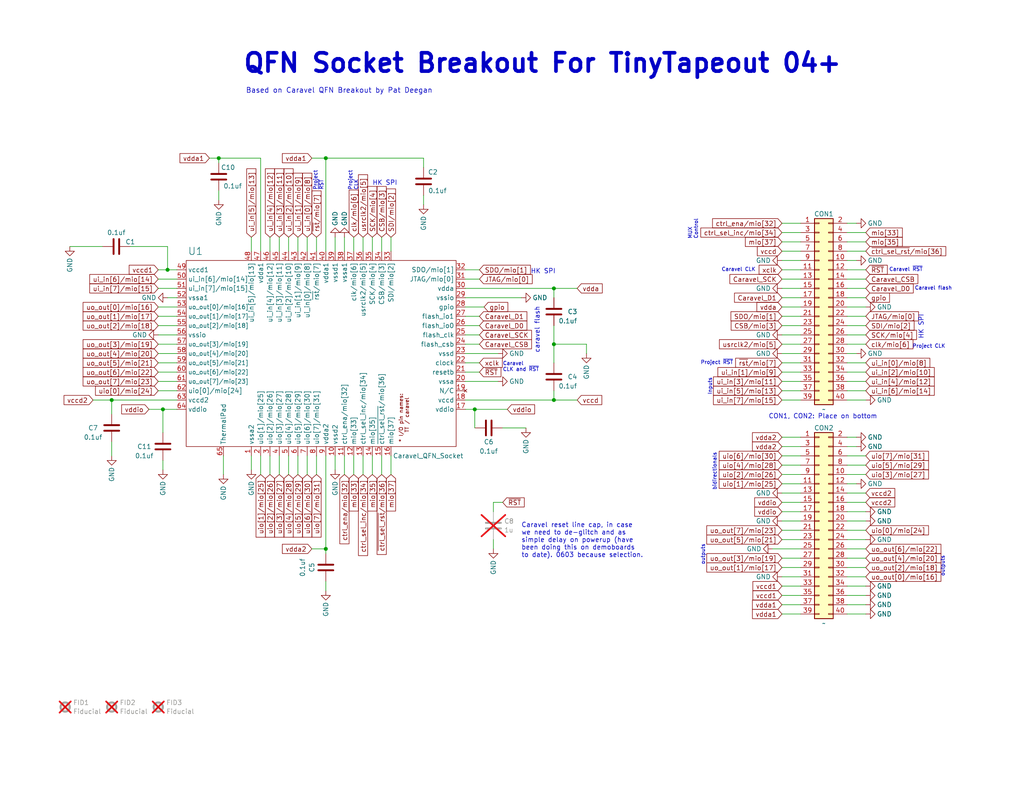
<source format=kicad_sch>
(kicad_sch (version 20231120) (generator "eeschema") (generator_version "8.0")
  (paper "A")
  (title_block (title "Caravel QFN Socket Breakout") (date "2024-05-01") (rev "1.0"))
  (lib_symbols
    (symbol "Connector_Generic:Conn_02x20_Odd_Even" (pin_names (offset 1.016) hide)
      (property "Reference" "J" (at 1.27 25.4 0))
      (property "Value" "Conn_02x20_Odd_Even" (at 1.27 -27.94 0))
      (symbol "Conn_02x20_Odd_Even_1_1"
        (rectangle (start -1.27 -25.273) (end 0 -25.527) (stroke (width 0.1524)))
        (rectangle (start -1.27 -22.733) (end 0 -22.987) (stroke (width 0.1524)))
        (rectangle (start -1.27 -20.193) (end 0 -20.447) (stroke (width 0.1524)))
        (rectangle (start -1.27 -17.653) (end 0 -17.907) (stroke (width 0.1524)))
        (rectangle (start -1.27 -15.113) (end 0 -15.367) (stroke (width 0.1524)))
        (rectangle (start -1.27 -12.573) (end 0 -12.827) (stroke (width 0.1524)))
        (rectangle (start -1.27 -10.033) (end 0 -10.287) (stroke (width 0.1524)))
        (rectangle (start -1.27 -7.493) (end 0 -7.747) (stroke (width 0.1524)))
        (rectangle (start -1.27 -4.953) (end 0 -5.207) (stroke (width 0.1524)))
        (rectangle (start -1.27 -2.413) (end 0 -2.667) (stroke (width 0.1524)))
        (rectangle (start -1.27 0.127) (end 0 -0.127) (stroke (width 0.1524)))
        (rectangle (start -1.27 2.667) (end 0 2.413) (stroke (width 0.1524)))
        (rectangle (start -1.27 5.207) (end 0 4.953) (stroke (width 0.1524)))
        (rectangle (start -1.27 7.747) (end 0 7.493) (stroke (width 0.1524)))
        (rectangle (start -1.27 10.287) (end 0 10.033) (stroke (width 0.1524)))
        (rectangle (start -1.27 12.827) (end 0 12.573) (stroke (width 0.1524)))
        (rectangle (start -1.27 15.367) (end 0 15.113) (stroke (width 0.1524)))
        (rectangle (start -1.27 17.907) (end 0 17.653) (stroke (width 0.1524)))
        (rectangle (start -1.27 20.447) (end 0 20.193) (stroke (width 0.1524)))
        (rectangle (start -1.27 22.987) (end 0 22.733) (stroke (width 0.1524)))
        (rectangle (start -1.27 24.13) (end 3.81 -26.67) (stroke (width 0.254)) (fill (type background)))
        (rectangle (start 3.81 -25.273) (end 2.54 -25.527) (stroke (width 0.1524)))
        (rectangle (start 3.81 -22.733) (end 2.54 -22.987) (stroke (width 0.1524)))
        (rectangle (start 3.81 -20.193) (end 2.54 -20.447) (stroke (width 0.1524)))
        (rectangle (start 3.81 -17.653) (end 2.54 -17.907) (stroke (width 0.1524)))
        (rectangle (start 3.81 -15.113) (end 2.54 -15.367) (stroke (width 0.1524)))
        (rectangle (start 3.81 -12.573) (end 2.54 -12.827) (stroke (width 0.1524)))
        (rectangle (start 3.81 -10.033) (end 2.54 -10.287) (stroke (width 0.1524)))
        (rectangle (start 3.81 -7.493) (end 2.54 -7.747) (stroke (width 0.1524)))
        (rectangle (start 3.81 -4.953) (end 2.54 -5.207) (stroke (width 0.1524)))
        (rectangle (start 3.81 -2.413) (end 2.54 -2.667) (stroke (width 0.1524)))
        (rectangle (start 3.81 0.127) (end 2.54 -0.127) (stroke (width 0.1524)))
        (rectangle (start 3.81 2.667) (end 2.54 2.413) (stroke (width 0.1524)))
        (rectangle (start 3.81 5.207) (end 2.54 4.953) (stroke (width 0.1524)))
        (rectangle (start 3.81 7.747) (end 2.54 7.493) (stroke (width 0.1524)))
        (rectangle (start 3.81 10.287) (end 2.54 10.033) (stroke (width 0.1524)))
        (rectangle (start 3.81 12.827) (end 2.54 12.573) (stroke (width 0.1524)))
        (rectangle (start 3.81 15.367) (end 2.54 15.113) (stroke (width 0.1524)))
        (rectangle (start 3.81 17.907) (end 2.54 17.653) (stroke (width 0.1524)))
        (rectangle (start 3.81 20.447) (end 2.54 20.193) (stroke (width 0.1524)))
        (rectangle (start 3.81 22.987) (end 2.54 22.733) (stroke (width 0.1524)))
        (pin passive line (at -5.08 22.86 0) (length 3.81) (name "Pin_1") (number "1"))
        (pin passive line (at 7.62 12.7 180) (length 3.81) (name "Pin_10") (number "10"))
        (pin passive line (at -5.08 10.16 0) (length 3.81) (name "Pin_11") (number "11"))
        (pin passive line (at 7.62 10.16 180) (length 3.81) (name "Pin_12") (number "12"))
        (pin passive line (at -5.08 7.62 0) (length 3.81) (name "Pin_13") (number "13"))
        (pin passive line (at 7.62 7.62 180) (length 3.81) (name "Pin_14") (number "14"))
        (pin passive line (at -5.08 5.08 0) (length 3.81) (name "Pin_15") (number "15"))
        (pin passive line (at 7.62 5.08 180) (length 3.81) (name "Pin_16") (number "16"))
        (pin passive line (at -5.08 2.54 0) (length 3.81) (name "Pin_17") (number "17"))
        (pin passive line (at 7.62 2.54 180) (length 3.81) (name "Pin_18") (number "18"))
        (pin passive line (at -5.08 0 0) (length 3.81) (name "Pin_19") (number "19"))
        (pin passive line (at 7.62 22.86 180) (length 3.81) (name "Pin_2") (number "2"))
        (pin passive line (at 7.62 0 180) (length 3.81) (name "Pin_20") (number "20"))
        (pin passive line (at -5.08 -2.54 0) (length 3.81) (name "Pin_21") (number "21"))
        (pin passive line (at 7.62 -2.54 180) (length 3.81) (name "Pin_22") (number "22"))
        (pin passive line (at -5.08 -5.08 0) (length 3.81) (name "Pin_23") (number "23"))
        (pin passive line (at 7.62 -5.08 180) (length 3.81) (name "Pin_24") (number "24"))
        (pin passive line (at -5.08 -7.62 0) (length 3.81) (name "Pin_25") (number "25"))
        (pin passive line (at 7.62 -7.62 180) (length 3.81) (name "Pin_26") (number "26"))
        (pin passive line (at -5.08 -10.16 0) (length 3.81) (name "Pin_27") (number "27"))
        (pin passive line (at 7.62 -10.16 180) (length 3.81) (name "Pin_28") (number "28"))
        (pin passive line (at -5.08 -12.7 0) (length 3.81) (name "Pin_29") (number "29"))
        (pin passive line (at -5.08 20.32 0) (length 3.81) (name "Pin_3") (number "3"))
        (pin passive line (at 7.62 -12.7 180) (length 3.81) (name "Pin_30") (number "30"))
        (pin passive line (at -5.08 -15.24 0) (length 3.81) (name "Pin_31") (number "31"))
        (pin passive line (at 7.62 -15.24 180) (length 3.81) (name "Pin_32") (number "32"))
        (pin passive line (at -5.08 -17.78 0) (length 3.81) (name "Pin_33") (number "33"))
        (pin passive line (at 7.62 -17.78 180) (length 3.81) (name "Pin_34") (number "34"))
        (pin passive line (at -5.08 -20.32 0) (length 3.81) (name "Pin_35") (number "35"))
        (pin passive line (at 7.62 -20.32 180) (length 3.81) (name "Pin_36") (number "36"))
        (pin passive line (at -5.08 -22.86 0) (length 3.81) (name "Pin_37") (number "37"))
        (pin passive line (at 7.62 -22.86 180) (length 3.81) (name "Pin_38") (number "38"))
        (pin passive line (at -5.08 -25.4 0) (length 3.81) (name "Pin_39") (number "39"))
        (pin passive line (at 7.62 20.32 180) (length 3.81) (name "Pin_4") (number "4"))
        (pin passive line (at 7.62 -25.4 180) (length 3.81) (name "Pin_40") (number "40"))
        (pin passive line (at -5.08 17.78 0) (length 3.81) (name "Pin_5") (number "5"))
        (pin passive line (at 7.62 17.78 180) (length 3.81) (name "Pin_6") (number "6"))
        (pin passive line (at -5.08 15.24 0) (length 3.81) (name "Pin_7") (number "7"))
        (pin passive line (at 7.62 15.24 180) (length 3.81) (name "Pin_8") (number "8"))
        (pin passive line (at -5.08 12.7 0) (length 3.81) (name "Pin_9") (number "9"))
      )
    )
    (symbol "Device:C" (pin_numbers hide) (pin_names (offset 0.254))
      (property "Reference" "C" (at 0.635 2.54 0))
      (property "Value" "C" (at 0.635 -2.54 0))
      (symbol "C_0_1"
        (polyline (pts (xy -2.032 -0.762) (xy 2.032 -0.762)) (stroke (width 0.508)))
        (polyline (pts (xy -2.032 0.762) (xy 2.032 0.762)) (stroke (width 0.508)))
      )
      (symbol "C_1_1"
        (pin passive line (at 0 3.81 270) (length 2.794) (name "~") (number "1"))
        (pin passive line (at 0 -3.81 90) (length 2.794) (name "~") (number "2"))
      )
    )
    (symbol "Mechanical:Fiducial" (exclude_from_sim yes) (in_bom no)
      (property "Reference" "FID" (at 0 5.08 0))
      (property "Value" "Fiducial" (at 0 3.175 0))
      (symbol "Fiducial_0_1"
        (circle (center 0 0) (radius 1.27) (stroke (width 0.508)) (fill (type background)))
      )
    )
    (symbol "TinyTapeout:Caravel_QFN_TT4"
      (property "Reference" "U1" (at -26.416 41.656 0))
      (property "Value" "Caravel_QFN_TT4" (at 26.035 -33.655 90))
      (symbol "Caravel_QFN_TT4_0_1"
        (rectangle (start -26.67 40.64) (end 24.13 -33.02))
      )
      (symbol "Caravel_QFN_TT4_1_1"
        (text "* I/O pin names:\n  TT / caravel" (at -18.796 -18.796 0) (effects (font (size 1 1))))
        (pin power_in line (at -29.21 22.86 0) (length 2.54) (name "vssa2") (number "1"))
        (pin power_in line (at -29.21 0 0) (length 2.54) (name "vssd2") (number "10"))
        (pin bidirectional line (at -29.21 -2.54 0) (length 2.54) (name "ctrl_ena/mio[32]") (number "11"))
        (pin bidirectional line (at -29.21 -5.08 0) (length 2.54) (name "mio[33]") (number "12"))
        (pin bidirectional line (at -29.21 -7.62 0) (length 2.54) (name "ctrl_sel_inc/mio[34]") (number "13"))
        (pin bidirectional line (at -29.21 -10.16 0) (length 2.54) (name "mio[35]") (number "14"))
        (pin bidirectional line (at -29.21 -12.7 0) (length 2.54) (name "~{ctrl_sel_rst}/mio[36]") (number "15"))
        (pin bidirectional line (at -29.21 -15.24 0) (length 2.54) (name "mio[37]") (number "16"))
        (pin power_in line (at -16.51 -35.56 90) (length 2.54) (name "vddio") (number "17"))
        (pin power_in line (at -13.97 -35.56 90) (length 2.54) (name "vccd") (number "18"))
        (pin no_connect line (at -11.43 -35.56 90) (length 2.54) (name "N/C") (number "19"))
        (pin bidirectional line (at -29.21 20.32 0) (length 2.54) (name "uio[1]/mio[25]") (number "2"))
        (pin power_in line (at -8.89 -35.56 90) (length 2.54) (name "vssa") (number "20"))
        (pin input line (at -6.35 -35.56 90) (length 2.54) (name "resetb") (number "21"))
        (pin input line (at -3.81 -35.56 90) (length 2.54) (name "clock") (number "22"))
        (pin power_in line (at -1.27 -35.56 90) (length 2.54) (name "vssd") (number "23"))
        (pin output line (at 1.27 -35.56 90) (length 2.54) (name "flash_csb") (number "24"))
        (pin output line (at 3.81 -35.56 90) (length 2.54) (name "flash_clk") (number "25"))
        (pin bidirectional line (at 6.35 -35.56 90) (length 2.54) (name "flash_io0") (number "26"))
        (pin bidirectional line (at 8.89 -35.56 90) (length 2.54) (name "flash_io1") (number "27"))
        (pin bidirectional line (at 11.43 -35.56 90) (length 2.54) (name "gpio") (number "28"))
        (pin power_in line (at 13.97 -35.56 90) (length 2.54) (name "vssio") (number "29"))
        (pin bidirectional line (at -29.21 17.78 0) (length 2.54) (name "uio[2]/mio[26]") (number "3"))
        (pin power_in line (at 16.51 -35.56 90) (length 2.54) (name "vdda") (number "30"))
        (pin bidirectional line (at 19.05 -35.56 90) (length 2.54) (name "JTAG/mio[0]") (number "31"))
        (pin bidirectional line (at 21.59 -35.56 90) (length 2.54) (name "SDO/mio[1]") (number "32"))
        (pin bidirectional line (at 26.67 -15.24 180) (length 2.54) (name "SDI/mio[2]") (number "33"))
        (pin bidirectional line (at 26.67 -12.7 180) (length 2.54) (name "CSB/mio[3]") (number "34"))
        (pin bidirectional line (at 26.67 -10.16 180) (length 2.54) (name "SCK/mio[4]") (number "35"))
        (pin bidirectional line (at 26.67 -7.62 180) (length 2.54) (name "usrclk2/mio[5]") (number "36"))
        (pin bidirectional line (at 26.67 -5.08 180) (length 2.54) (name "clk/mio[6]") (number "37"))
        (pin power_in line (at 26.67 -2.54 180) (length 2.54) (name "vssa1") (number "38"))
        (pin power_in line (at 26.67 0 180) (length 2.54) (name "vssd1") (number "39"))
        (pin bidirectional line (at -29.21 15.24 0) (length 2.54) (name "uio[3]/mio[27]") (number "4"))
        (pin power_in line (at 26.67 2.54 180) (length 2.54) (name "vdda1") (number "40"))
        (pin bidirectional line (at 26.67 5.08 180) (length 2.54) (name "~{rst}/mio[7]") (number "41"))
        (pin bidirectional line (at 26.67 7.62 180) (length 2.54) (name "ui_in[0]/mio[8]") (number "42"))
        (pin bidirectional line (at 26.67 10.16 180) (length 2.54) (name "ui_in[1]/mio[9]") (number "43"))
        (pin bidirectional line (at 26.67 12.7 180) (length 2.54) (name "ui_in[2]/mio[10]") (number "44"))
        (pin bidirectional line (at 26.67 15.24 180) (length 2.54) (name "ui_in[3]/mio[11]") (number "45"))
        (pin bidirectional line (at 26.67 17.78 180) (length 2.54) (name "ui_in[4]/mio[12]") (number "46"))
        (pin power_in line (at 26.67 20.32 180) (length 2.54) (name "vdda1") (number "47"))
        (pin bidirectional line (at 26.67 22.86 180) (length 2.54) (name "ui_in[5]/mio[13]") (number "48"))
        (pin power_in line (at 21.59 43.18 270) (length 2.54) (name "vccd1") (number "49"))
        (pin bidirectional line (at -29.21 12.7 0) (length 2.54) (name "uio[4]/mio[28]") (number "5"))
        (pin bidirectional line (at 19.05 43.18 270) (length 2.54) (name "ui_in[6]/mio[14]") (number "50"))
        (pin bidirectional line (at 16.51 43.18 270) (length 2.54) (name "ui_in[7]/mio[15]") (number "51"))
        (pin power_in line (at 13.97 43.18 270) (length 2.54) (name "vssa1") (number "52"))
        (pin bidirectional line (at 11.43 43.18 270) (length 2.54) (name "uo_out[0]/mio[16]") (number "53"))
        (pin bidirectional line (at 8.89 43.18 270) (length 2.54) (name "uo_out[1]/mio[17]") (number "54"))
        (pin bidirectional line (at 6.35 43.18 270) (length 2.54) (name "uo_out[2]/mio[18]") (number "55"))
        (pin power_in line (at 3.81 43.18 270) (length 2.54) (name "vssio") (number "56"))
        (pin bidirectional line (at 1.27 43.18 270) (length 2.54) (name "uo_out[3]/mio[19]") (number "57"))
        (pin bidirectional line (at -1.27 43.18 270) (length 2.54) (name "uo_out[4]/mio[20]") (number "58"))
        (pin bidirectional line (at -3.81 43.18 270) (length 2.54) (name "uo_out[5]/mio[21]") (number "59"))
        (pin bidirectional line (at -29.21 10.16 0) (length 2.54) (name "uio[5]/mio[29]") (number "6"))
        (pin bidirectional line (at -6.35 43.18 270) (length 2.54) (name "uo_out[6]/mio[22]") (number "60"))
        (pin bidirectional line (at -8.89 43.18 270) (length 2.54) (name "uo_out[7]/mio[23]") (number "61"))
        (pin bidirectional line (at -11.43 43.18 270) (length 2.54) (name "uio[0]/mio[24]") (number "62"))
        (pin power_in line (at -13.97 43.18 270) (length 2.54) (name "vccd2") (number "63"))
        (pin power_in line (at -16.51 43.18 270) (length 2.54) (name "vddio") (number "64"))
        (pin power_in line (at -29.21 30.48 0) (length 2.54) (name "ThermalPad") (number "65"))
        (pin bidirectional line (at -29.21 7.62 0) (length 2.54) (name "uio[6]/mio[30]") (number "7"))
        (pin bidirectional line (at -29.21 5.08 0) (length 2.54) (name "uio[7]/mio[31]") (number "8"))
        (pin power_in line (at -29.21 2.54 0) (length 2.54) (name "vdda2") (number "9"))
      )
    )
    (symbol "power:GND" (power) (pin_names (offset 0))
      (property "Value" "GND" (at 0 -3.81 0))
      (symbol "GND_0_1"
        (polyline (pts (xy 0 0) (xy 0 -1.27) (xy 1.27 -1.27) (xy 0 -2.54) (xy -1.27 -1.27) (xy 0 -1.27)))
      )
      (symbol "GND_1_1"
        (pin power_in line (at 0 0 270) (length 0) hide (name "GND") (number "1"))
      )
    )
    (symbol "psypassives:C_1u_0603_50V" (pin_numbers hide) (pin_names (offset 0.254))
      (property "Reference" "C" (at 0.635 2.54 0))
      (property "Display Value" "1u/50V" (at 11.43 1.524 0))
      (symbol "C_1u_0603_50V_0_1"
        (polyline (pts (xy -2.032 -0.762) (xy 2.032 -0.762)) (stroke (width 0.508)))
        (polyline (pts (xy -2.032 0.762) (xy 2.032 0.762)) (stroke (width 0.508)))
      )
      (symbol "C_1u_0603_50V_1_1"
        (pin passive line (at 0 3.81 270) (length 2.794) (name "~") (number "1"))
        (pin passive line (at 0 -3.81 90) (length 2.794) (name "~") (number "2"))
      )
    )
  )
  (junction (at 30.48 109.22))
  (junction (at 88.9 149.86))
  (junction (at 88.9 43.18))
  (junction (at 129.54 111.76))
  (junction (at 151.13 78.74))
  (junction (at 45.72 73.66))
  (junction (at 151.13 93.98))
  (junction (at 44.45 111.76))
  (junction (at 59.69 43.18))
  (junction (at 151.13 109.22))
  (wire (pts (xy 231.14 86.36) (xy 236.22 86.36)))
  (wire (pts (xy 104.14 64.77) (xy 104.14 68.58)))
  (wire (pts (xy 71.12 43.18) (xy 71.12 68.58)))
  (wire (pts (xy 93.98 129.54) (xy 93.98 124.46)))
  (wire (pts (xy 231.14 78.74) (xy 236.22 78.74)))
  (wire (pts (xy 48.26 106.68) (xy 43.18 106.68)))
  (wire (pts (xy 68.58 64.77) (xy 68.58 68.58)))
  (wire (pts (xy 88.9 124.46) (xy 88.9 149.86)))
  (wire (pts (xy 130.81 88.9) (xy 127 88.9)))
  (wire (pts (xy 130.81 86.36) (xy 127 86.36)))
  (wire (pts (xy 88.9 43.18) (xy 115.57 43.18)))
  (wire (pts (xy 93.98 64.77) (xy 93.98 68.58)))
  (wire (pts (xy 210.82 149.86) (xy 218.44 149.86)))
  (wire (pts (xy 45.72 67.31) (xy 35.56 67.31)))
  (wire (pts (xy 231.14 68.58) (xy 236.22 68.58)))
  (wire (pts (xy 99.06 64.77) (xy 99.06 68.58)))
  (wire (pts (xy 157.48 109.22) (xy 151.13 109.22)))
  (wire (pts (xy 60.96 124.46) (xy 60.96 129.54)))
  (wire (pts (xy 127 78.74) (xy 151.13 78.74)))
  (wire (pts (xy 213.36 160.02) (xy 218.44 160.02)))
  (wire (pts (xy 231.14 76.2) (xy 236.22 76.2)))
  (wire (pts (xy 213.36 73.66) (xy 218.44 73.66)))
  (wire (pts (xy 213.36 127) (xy 218.44 127)))
  (wire (pts (xy 129.54 111.76) (xy 127 111.76)))
  (wire (pts (xy 231.14 109.22) (xy 236.22 109.22)))
  (wire (pts (xy 101.6 129.54) (xy 101.6 124.46)))
  (wire (pts (xy 213.36 142.24) (xy 218.44 142.24)))
  (wire (pts (xy 104.14 129.54) (xy 104.14 124.46)))
  (wire (pts (xy 231.14 91.44) (xy 236.22 91.44)))
  (wire (pts (xy 83.82 129.54) (xy 83.82 124.46)))
  (wire (pts (xy 73.66 64.77) (xy 73.66 68.58)))
  (wire (pts (xy 231.14 147.32) (xy 236.22 147.32)))
  (wire (pts (xy 151.13 78.74) (xy 151.13 81.28)))
  (wire (pts (xy 231.14 119.38) (xy 233.68 119.38)))
  (wire (pts (xy 130.81 99.06) (xy 127 99.06)))
  (wire (pts (xy 231.14 106.68) (xy 236.22 106.68)))
  (wire (pts (xy 213.36 132.08) (xy 218.44 132.08)))
  (wire (pts (xy 143.51 116.84) (xy 137.16 116.84)))
  (wire (pts (xy 213.36 119.38) (xy 218.44 119.38)))
  (wire (pts (xy 233.68 96.52) (xy 231.14 96.52)))
  (wire (pts (xy 213.36 60.96) (xy 218.44 60.96)))
  (wire (pts (xy 231.14 157.48) (xy 236.22 157.48)))
  (wire (pts (xy 73.66 129.54) (xy 73.66 124.46)))
  (wire (pts (xy 78.74 64.77) (xy 78.74 68.58)))
  (wire (pts (xy 68.58 128.27) (xy 68.58 124.46)))
  (wire (pts (xy 157.48 78.74) (xy 151.13 78.74)))
  (wire (pts (xy 213.36 101.6) (xy 218.44 101.6)))
  (wire (pts (xy 231.14 99.06) (xy 236.22 99.06)))
  (wire (pts (xy 231.14 137.16) (xy 236.22 137.16)))
  (wire (pts (xy 231.14 127) (xy 236.22 127)))
  (wire (pts (xy 81.28 64.77) (xy 81.28 68.58)))
  (wire (pts (xy 91.44 68.58) (xy 91.44 64.77)))
  (wire (pts (xy 71.12 43.18) (xy 59.69 43.18)))
  (wire (pts (xy 48.26 76.2) (xy 43.18 76.2)))
  (wire (pts (xy 231.14 60.96) (xy 233.68 60.96)))
  (wire (pts (xy 101.6 64.77) (xy 101.6 68.58)))
  (wire (pts (xy 88.9 43.18) (xy 85.09 43.18)))
  (wire (pts (xy 231.14 160.02) (xy 236.22 160.02)))
  (wire (pts (xy 231.14 162.56) (xy 236.22 162.56)))
  (wire (pts (xy 151.13 93.98) (xy 160.02 93.98)))
  (wire (pts (xy 59.69 52.07) (xy 59.69 54.61)))
  (wire (pts (xy 231.14 73.66) (xy 236.22 73.66)))
  (wire (pts (xy 30.48 109.22) (xy 25.4 109.22)))
  (wire (pts (xy 231.14 129.54) (xy 236.22 129.54)))
  (wire (pts (xy 76.2 64.77) (xy 76.2 68.58)))
  (wire (pts (xy 78.74 129.54) (xy 78.74 124.46)))
  (wire (pts (xy 231.14 104.14) (xy 236.22 104.14)))
  (wire (pts (xy 115.57 55.88) (xy 115.57 53.34)))
  (wire (pts (xy 44.45 111.76) (xy 44.45 118.11)))
  (wire (pts (xy 96.52 129.54) (xy 96.52 124.46)))
  (wire (pts (xy 86.36 129.54) (xy 86.36 124.46)))
  (wire (pts (xy 48.26 104.14) (xy 43.18 104.14)))
  (wire (pts (xy 231.14 124.46) (xy 236.22 124.46)))
  (wire (pts (xy 59.69 43.18) (xy 59.69 44.45)))
  (wire (pts (xy 151.13 106.68) (xy 151.13 109.22)))
  (wire (pts (xy 99.06 129.54) (xy 99.06 124.46)))
  (wire (pts (xy 130.81 101.6) (xy 127 101.6)))
  (wire (pts (xy 86.36 64.77) (xy 86.36 68.58)))
  (wire (pts (xy 43.18 73.66) (xy 45.72 73.66)))
  (wire (pts (xy 213.36 66.04) (xy 218.44 66.04)))
  (wire (pts (xy 130.81 91.44) (xy 127 91.44)))
  (wire (pts (xy 231.14 71.12) (xy 233.68 71.12)))
  (wire (pts (xy 213.36 86.36) (xy 218.44 86.36)))
  (wire (pts (xy 83.82 64.77) (xy 83.82 68.58)))
  (wire (pts (xy 213.36 157.48) (xy 218.44 157.48)))
  (wire (pts (xy 213.36 152.4) (xy 218.44 152.4)))
  (wire (pts (xy 19.05 67.31) (xy 27.94 67.31)))
  (wire (pts (xy 213.36 106.68) (xy 218.44 106.68)))
  (wire (pts (xy 48.26 96.52) (xy 43.18 96.52)))
  (wire (pts (xy 231.14 149.86) (xy 236.22 149.86)))
  (wire (pts (xy 213.36 83.82) (xy 218.44 83.82)))
  (wire (pts (xy 88.9 43.18) (xy 88.9 68.58)))
  (wire (pts (xy 134.62 147.32) (xy 134.62 149.86)))
  (wire (pts (xy 135.89 104.14) (xy 127 104.14)))
  (wire (pts (xy 213.36 124.46) (xy 218.44 124.46)))
  (wire (pts (xy 231.14 93.98) (xy 236.22 93.98)))
  (wire (pts (xy 151.13 88.9) (xy 151.13 93.98)))
  (wire (pts (xy 213.36 137.16) (xy 218.44 137.16)))
  (wire (pts (xy 71.12 129.54) (xy 71.12 124.46)))
  (wire (pts (xy 57.15 43.18) (xy 59.69 43.18)))
  (wire (pts (xy 43.18 78.74) (xy 48.26 78.74)))
  (wire (pts (xy 129.54 111.76) (xy 138.43 111.76)))
  (wire (pts (xy 88.9 158.75) (xy 88.9 161.29)))
  (wire (pts (xy 48.26 83.82) (xy 43.18 83.82)))
  (wire (pts (xy 213.36 76.2) (xy 218.44 76.2)))
  (wire (pts (xy 213.36 63.5) (xy 218.44 63.5)))
  (wire (pts (xy 151.13 93.98) (xy 151.13 99.06)))
  (wire (pts (xy 213.36 139.7) (xy 218.44 139.7)))
  (wire (pts (xy 213.36 88.9) (xy 218.44 88.9)))
  (wire (pts (xy 44.45 125.73) (xy 44.45 128.27)))
  (wire (pts (xy 231.14 165.1) (xy 236.22 165.1)))
  (wire (pts (xy 213.36 154.94) (xy 218.44 154.94)))
  (wire (pts (xy 231.14 139.7) (xy 236.22 139.7)))
  (wire (pts (xy 213.36 129.54) (xy 218.44 129.54)))
  (wire (pts (xy 45.72 81.28) (xy 48.26 81.28)))
  (wire (pts (xy 151.13 109.22) (xy 127 109.22)))
  (wire (pts (xy 231.14 132.08) (xy 233.68 132.08)))
  (wire (pts (xy 213.36 99.06) (xy 218.44 99.06)))
  (wire (pts (xy 231.14 134.62) (xy 236.22 134.62)))
  (wire (pts (xy 48.26 99.06) (xy 43.18 99.06)))
  (wire (pts (xy 231.14 142.24) (xy 236.22 142.24)))
  (wire (pts (xy 91.44 128.27) (xy 91.44 124.46)))
  (wire (pts (xy 48.26 86.36) (xy 43.18 86.36)))
  (wire (pts (xy 231.14 144.78) (xy 236.22 144.78)))
  (wire (pts (xy 213.36 68.58) (xy 218.44 68.58)))
  (wire (pts (xy 231.14 167.64) (xy 236.22 167.64)))
  (wire (pts (xy 30.48 109.22) (xy 30.48 113.03)))
  (wire (pts (xy 213.36 165.1) (xy 218.44 165.1)))
  (wire (pts (xy 231.14 63.5) (xy 236.22 63.5)))
  (wire (pts (xy 213.36 121.92) (xy 218.44 121.92)))
  (wire (pts (xy 96.52 64.77) (xy 96.52 68.58)))
  (wire (pts (xy 129.54 111.76) (xy 129.54 116.84)))
  (wire (pts (xy 137.16 137.16) (xy 134.62 137.16)))
  (wire (pts (xy 45.72 73.66) (xy 45.72 67.31)))
  (wire (pts (xy 130.81 76.2) (xy 127 76.2)))
  (wire (pts (xy 213.36 147.32) (xy 218.44 147.32)))
  (wire (pts (xy 213.36 167.64) (xy 218.44 167.64)))
  (wire (pts (xy 213.36 162.56) (xy 218.44 162.56)))
  (wire (pts (xy 106.68 68.58) (xy 106.68 64.77)))
  (wire (pts (xy 44.45 111.76) (xy 48.26 111.76)))
  (wire (pts (xy 213.36 91.44) (xy 218.44 91.44)))
  (wire (pts (xy 30.48 120.65) (xy 30.48 124.46)))
  (wire (pts (xy 48.26 101.6) (xy 43.18 101.6)))
  (wire (pts (xy 130.81 73.66) (xy 127 73.66)))
  (wire (pts (xy 213.36 78.74) (xy 218.44 78.74)))
  (wire (pts (xy 213.36 134.62) (xy 218.44 134.62)))
  (wire (pts (xy 213.36 93.98) (xy 218.44 93.98)))
  (wire (pts (xy 134.62 137.16) (xy 134.62 139.7)))
  (wire (pts (xy 48.26 93.98) (xy 43.18 93.98)))
  (wire (pts (xy 213.36 144.78) (xy 218.44 144.78)))
  (wire (pts (xy 115.57 43.18) (xy 115.57 45.72)))
  (wire (pts (xy 231.14 101.6) (xy 236.22 101.6)))
  (wire (pts (xy 231.14 88.9) (xy 236.22 88.9)))
  (wire (pts (xy 76.2 129.54) (xy 76.2 124.46)))
  (wire (pts (xy 213.36 71.12) (xy 218.44 71.12)))
  (wire (pts (xy 231.14 66.04) (xy 236.22 66.04)))
  (wire (pts (xy 231.14 121.92) (xy 233.68 121.92)))
  (wire (pts (xy 231.14 81.28) (xy 236.22 81.28)))
  (wire (pts (xy 106.68 129.54) (xy 106.68 124.46)))
  (wire (pts (xy 213.36 104.14) (xy 218.44 104.14)))
  (wire (pts (xy 130.81 93.98) (xy 127 93.98)))
  (wire (pts (xy 231.14 152.4) (xy 236.22 152.4)))
  (wire (pts (xy 132.08 83.82) (xy 127 83.82)))
  (wire (pts (xy 30.48 109.22) (xy 48.26 109.22)))
  (wire (pts (xy 88.9 151.13) (xy 88.9 149.86)))
  (wire (pts (xy 213.36 81.28) (xy 218.44 81.28)))
  (wire (pts (xy 81.28 129.54) (xy 81.28 124.46)))
  (wire (pts (xy 43.18 91.44) (xy 48.26 91.44)))
  (wire (pts (xy 160.02 93.98) (xy 160.02 96.52)))
  (wire (pts (xy 88.9 149.86) (xy 85.09 149.86)))
  (wire (pts (xy 135.89 96.52) (xy 127 96.52)))
  (wire (pts (xy 231.14 154.94) (xy 236.22 154.94)))
  (wire (pts (xy 231.14 83.82) (xy 236.22 83.82)))
  (wire (pts (xy 48.26 88.9) (xy 43.18 88.9)))
  (wire (pts (xy 213.36 96.52) (xy 218.44 96.52)))
  (wire (pts (xy 45.72 73.66) (xy 48.26 73.66)))
  (wire (pts (xy 142.24 81.28) (xy 127 81.28)))
  (wire (pts (xy 40.64 111.76) (xy 44.45 111.76)))
  (wire (pts (xy 213.36 109.22) (xy 218.44 109.22)))
  (text "Caravel reset line cap, in case \nwe need to de-glitch and as\nsimple delay on powerup (have\nbeen doing this on demoboards\nto date). 0603 because selection." (at 142.24 152.4 0) (effects (font (size 1.27 1.27)) (justify left bottom)))
  (text "QFN Socket Breakout For TinyTapeout 04+" (at 66.04 20.32 0) (effects (font (size 5 5) (thickness 1) (bold yes)) (justify left bottom)))
  (text "Project\nCLK" (at 97.79 52.07 90) (effects (font (size 1 1)) (justify left bottom)))
  (text "MUX\nControl" (at 190.5 65.405 90) (effects (font (size 1 1)) (justify left bottom)))
  (text "Caravel CLK" (at 196.85 74.295 0) (effects (font (size 1 1)) (justify left bottom)))
  (text "HK SPI" (at 101.6 50.8 0) (effects (font (size 1.27 1.27)) (justify left bottom)))
  (text "HK SPI" (at 252.095 92.71 90) (effects (font (size 1.27 1.27)) (justify left bottom)))
  (text "outputs" (at 257.81 151.765 90) (effects (font (size 1 1)) (justify right bottom)))
  (text "HK SPI" (at 144.78 74.93 0) (effects (font (size 1.27 1.27)) (justify left bottom)))
  (text "outputs" (at 192.405 148.59 90) (effects (font (size 1 1)) (justify right bottom)))
  (text "Project ~{RST}" (at 191.135 99.695 0) (effects (font (size 1 1)) (justify left bottom)))
  (text "Caravel flash" (at 249.555 79.375 0) (effects (font (size 1 1)) (justify left bottom)))
  (text "CON1, CON2: Place on bottom" (at 224.536 113.792 0) (effects (font (size 1.27 1.27))))
  (text "Project CLK" (at 248.92 95.25 0) (effects (font (size 1 1)) (justify left bottom)))
  (text "Caravel ~{RST}" (at 242.57 74.295 0) (effects (font (size 1 1)) (justify left bottom)))
  (text "Inputs" (at 194.31 107.95 90) (effects (font (size 1 1)) (justify left bottom)))
  (text "bidirectionals" (at 195.58 133.985 90) (effects (font (size 1 1)) (justify left bottom)))
  (text "Caravel\nCLK and ~{RST}" (at 137.16 101.6 0) (effects (font (size 1 1)) (justify left bottom)))
  (text "Project\n~{RST}" (at 88.265 52.07 90) (effects (font (size 1 1)) (justify left bottom)))
  (text "Based on Caravel QFN Breakout by Pat Deegan" (at 67.056 25.654 0) (effects (font (size 1.4 1.4)) (justify left bottom)))
  (text "caravel flash" (at 147.32 96.52 90) (effects (font (size 1.27 1.27)) (justify left bottom)))
  (global_label "JTAG{slash}mio[0]" (shape input) (at 236.22 86.36 0) (property "Intersheetrefs" "${INTERSHEET_REFS}" (effects (hide yes))))
  (global_label "CSB{slash}mio[3]" (shape input) (at 213.36 88.9 180) (property "Intersheetrefs" "${INTERSHEET_REFS}" (effects (hide yes))))
  (global_label "uo_out[5]{slash}mio[21]" (shape input) (at 43.18 99.06 180) (property "Intersheetrefs" "${INTERSHEET_REFS}" (effects (hide yes))))
  (global_label "ctrl_ena{slash}mio[32]" (shape input) (at 213.36 60.96 180) (property "Intersheetrefs" "${INTERSHEET_REFS}" (effects (hide yes))))
  (global_label "CSB{slash}mio[3]" (shape input) (at 104.14 64.77 90) (property "Intersheetrefs" "${INTERSHEET_REFS}" (effects (hide yes))))
  (global_label "uio[7]{slash}mio[31]" (shape input) (at 86.36 129.54 270) (property "Intersheetrefs" "${INTERSHEET_REFS}" (effects (hide yes))))
  (global_label "ui_in[1]{slash}mio[9]" (shape input) (at 213.36 101.6 180) (property "Intersheetrefs" "${INTERSHEET_REFS}" (effects (hide yes))))
  (global_label "ui_in[0]{slash}mio[8]" (shape input) (at 236.22 99.06 0) (property "Intersheetrefs" "${INTERSHEET_REFS}" (effects (hide yes))))
  (global_label "vdda2" (shape input) (at 85.09 149.86 180) (property "Intersheetrefs" "${INTERSHEET_REFS}" (effects (hide yes))))
  (global_label "uio[2]{slash}mio[26]" (shape input) (at 73.66 129.54 270) (property "Intersheetrefs" "${INTERSHEET_REFS}" (effects (hide yes))))
  (global_label "SDI{slash}mio[2]" (shape input) (at 236.22 88.9 0) (property "Intersheetrefs" "${INTERSHEET_REFS}" (effects (hide yes))))
  (global_label "vddio" (shape input) (at 213.36 137.16 180) (property "Intersheetrefs" "${INTERSHEET_REFS}" (effects (hide yes))))
  (global_label "Caravel_D1" (shape input) (at 130.81 86.36 0) (property "Intersheetrefs" "${INTERSHEET_REFS}" (effects (hide yes))))
  (global_label "ui_in[3]{slash}mio[11]" (shape input) (at 76.2 64.77 90) (property "Intersheetrefs" "${INTERSHEET_REFS}" (effects (hide yes))))
  (global_label "xclk" (shape input) (at 130.81 99.06 0) (property "Intersheetrefs" "${INTERSHEET_REFS}" (effects (hide yes))))
  (global_label "uo_out[7]{slash}mio[23]" (shape input) (at 43.18 104.14 180) (property "Intersheetrefs" "${INTERSHEET_REFS}" (effects (hide yes))))
  (global_label "~{RST}" (shape input) (at 236.22 73.66 0) (property "Intersheetrefs" "${INTERSHEET_REFS}" (effects (hide yes))))
  (global_label "vddio" (shape input) (at 40.64 111.76 180) (property "Intersheetrefs" "${INTERSHEET_REFS}" (effects (hide yes))))
  (global_label "uio[5]{slash}mio[29]" (shape input) (at 236.22 127 0) (property "Intersheetrefs" "${INTERSHEET_REFS}" (effects (hide yes))))
  (global_label "uio[1]{slash}mio[25]" (shape input) (at 213.36 132.08 180) (property "Intersheetrefs" "${INTERSHEET_REFS}" (effects (hide yes))))
  (global_label "uio[4]{slash}mio[28]" (shape input) (at 213.36 127 180) (property "Intersheetrefs" "${INTERSHEET_REFS}" (effects (hide yes))))
  (global_label "mio[35]" (shape input) (at 236.22 66.04 0) (property "Intersheetrefs" "${INTERSHEET_REFS}" (effects (hide yes))))
  (global_label "ui_in[0]{slash}mio[8]" (shape input) (at 83.82 64.77 90) (property "Intersheetrefs" "${INTERSHEET_REFS}" (effects (hide yes))))
  (global_label "JTAG{slash}mio[0]" (shape input) (at 130.81 76.2 0) (property "Intersheetrefs" "${INTERSHEET_REFS}" (effects (hide yes))))
  (global_label "ui_in[7]{slash}mio[15]" (shape input) (at 213.36 109.22 180) (property "Intersheetrefs" "${INTERSHEET_REFS}" (effects (hide yes))))
  (global_label "vdda1" (shape input) (at 213.36 167.64 180) (property "Intersheetrefs" "${INTERSHEET_REFS}" (effects (hide yes))))
  (global_label "gpio" (shape input) (at 236.22 81.28 0) (property "Intersheetrefs" "${INTERSHEET_REFS}" (effects (hide yes))))
  (global_label "mio[37]" (shape input) (at 106.68 129.54 270) (property "Intersheetrefs" "${INTERSHEET_REFS}" (effects (hide yes))))
  (global_label "Caravel_CSB" (shape input) (at 130.81 93.98 0) (property "Intersheetrefs" "${INTERSHEET_REFS}" (effects (hide yes))))
  (global_label "uo_out[6]{slash}mio[22]" (shape input) (at 236.22 149.86 0) (property "Intersheetrefs" "${INTERSHEET_REFS}" (effects (hide yes))))
  (global_label "uo_out[1]{slash}mio[17]" (shape input) (at 213.36 154.94 180) (property "Intersheetrefs" "${INTERSHEET_REFS}" (effects (hide yes))))
  (global_label "mio[37]" (shape input) (at 213.36 66.04 180) (property "Intersheetrefs" "${INTERSHEET_REFS}" (effects (hide yes))))
  (global_label "uo_out[4]{slash}mio[20]" (shape input) (at 43.18 96.52 180) (property "Intersheetrefs" "${INTERSHEET_REFS}" (effects (hide yes))))
  (global_label "vccd2" (shape input) (at 25.4 109.22 180) (property "Intersheetrefs" "${INTERSHEET_REFS}" (effects (hide yes))))
  (global_label "ui_in[2]{slash}mio[10]" (shape input) (at 78.74 64.77 90) (property "Intersheetrefs" "${INTERSHEET_REFS}" (effects (hide yes))))
  (global_label "Caravel_D0" (shape input) (at 236.22 78.74 0) (property "Intersheetrefs" "${INTERSHEET_REFS}" (effects (hide yes))))
  (global_label "vdda1" (shape input) (at 57.15 43.18 180) (property "Intersheetrefs" "${INTERSHEET_REFS}" (effects (hide yes))))
  (global_label "vddio" (shape input) (at 138.43 111.76 0) (property "Intersheetrefs" "${INTERSHEET_REFS}" (effects (hide yes))))
  (global_label "ctrl_sel_inc{slash}mio[34]" (shape input) (at 99.06 129.54 270) (property "Intersheetrefs" "${INTERSHEET_REFS}" (effects (hide yes))))
  (global_label "SDO{slash}mio[1]" (shape input) (at 213.36 86.36 180) (property "Intersheetrefs" "${INTERSHEET_REFS}" (effects (hide yes))))
  (global_label "vccd" (shape input) (at 213.36 68.58 180) (property "Intersheetrefs" "${INTERSHEET_REFS}" (effects (hide yes))))
  (global_label "usrclk2{slash}mio[5]" (shape input) (at 99.06 64.77 90) (property "Intersheetrefs" "${INTERSHEET_REFS}" (effects (hide yes))))
  (global_label "ui_in[6]{slash}mio[14]" (shape input) (at 43.18 76.2 180) (property "Intersheetrefs" "${INTERSHEET_REFS}" (effects (hide yes))))
  (global_label "Caravel_CSB" (shape input) (at 236.22 76.2 0) (property "Intersheetrefs" "${INTERSHEET_REFS}" (effects (hide yes))))
  (global_label "vdda1" (shape input) (at 85.09 43.18 180) (property "Intersheetrefs" "${INTERSHEET_REFS}" (effects (hide yes))))
  (global_label "uo_out[4]{slash}mio[20]" (shape input) (at 236.22 152.4 0) (property "Intersheetrefs" "${INTERSHEET_REFS}" (effects (hide yes))))
  (global_label "vccd1" (shape input) (at 43.18 73.66 180) (property "Intersheetrefs" "${INTERSHEET_REFS}" (effects (hide yes))))
  (global_label "vdda" (shape input) (at 157.48 78.74 0) (property "Intersheetrefs" "${INTERSHEET_REFS}" (effects (hide yes))))
  (global_label "mio[35]" (shape input) (at 101.6 129.54 270) (property "Intersheetrefs" "${INTERSHEET_REFS}" (effects (hide yes))))
  (global_label "vccd1" (shape input) (at 213.36 160.02 180) (property "Intersheetrefs" "${INTERSHEET_REFS}" (effects (hide yes))))
  (global_label "~{RST}" (shape input) (at 130.81 101.6 0) (property "Intersheetrefs" "${INTERSHEET_REFS}" (effects (hide yes))))
  (global_label "vdda2" (shape input) (at 213.36 121.92 180) (property "Intersheetrefs" "${INTERSHEET_REFS}" (effects (hide yes))))
  (global_label "uo_out[7]{slash}mio[23]" (shape input) (at 213.36 144.78 180) (property "Intersheetrefs" "${INTERSHEET_REFS}" (effects (hide yes))))
  (global_label "~{rst}{slash}mio[7]" (shape input) (at 86.36 64.77 90) (property "Intersheetrefs" "${INTERSHEET_REFS}" (effects (hide yes))))
  (global_label "uo_out[2]{slash}mio[18]" (shape input) (at 236.22 154.94 0) (property "Intersheetrefs" "${INTERSHEET_REFS}" (effects (hide yes))))
  (global_label "SDO{slash}mio[1]" (shape input) (at 130.81 73.66 0) (property "Intersheetrefs" "${INTERSHEET_REFS}" (effects (hide yes))))
  (global_label "vddio" (shape input) (at 213.36 139.7 180) (property "Intersheetrefs" "${INTERSHEET_REFS}" (effects (hide yes))))
  (global_label "ui_in[2]{slash}mio[10]" (shape input) (at 236.22 101.6 0) (property "Intersheetrefs" "${INTERSHEET_REFS}" (effects (hide yes))))
  (global_label "uio[4]{slash}mio[28]" (shape input) (at 78.74 129.54 270) (property "Intersheetrefs" "${INTERSHEET_REFS}" (effects (hide yes))))
  (global_label "uo_out[3]{slash}mio[19]" (shape input) (at 213.36 152.4 180) (property "Intersheetrefs" "${INTERSHEET_REFS}" (effects (hide yes))))
  (global_label "uio[1]{slash}mio[25]" (shape input) (at 71.12 129.54 270) (property "Intersheetrefs" "${INTERSHEET_REFS}" (effects (hide yes))))
  (global_label "SDI{slash}mio[2]" (shape input) (at 106.68 64.77 90) (property "Intersheetrefs" "${INTERSHEET_REFS}" (effects (hide yes))))
  (global_label "Caravel_D1" (shape input) (at 213.36 81.28 180) (property "Intersheetrefs" "${INTERSHEET_REFS}" (effects (hide yes))))
  (global_label "ctrl_sel_inc{slash}mio[34]" (shape input) (at 213.36 63.5 180) (property "Intersheetrefs" "${INTERSHEET_REFS}" (effects (hide yes))))
  (global_label "clk{slash}mio[6]" (shape input) (at 96.52 64.77 90) (property "Intersheetrefs" "${INTERSHEET_REFS}" (effects (hide yes))))
  (global_label "vccd1" (shape input) (at 213.36 162.56 180) (property "Intersheetrefs" "${INTERSHEET_REFS}" (effects (hide yes))))
  (global_label "xclk" (shape input) (at 213.36 73.66 180) (property "Intersheetrefs" "${INTERSHEET_REFS}" (effects (hide yes))))
  (global_label "uio[5]{slash}mio[29]" (shape input) (at 81.28 129.54 270) (property "Intersheetrefs" "${INTERSHEET_REFS}" (effects (hide yes))))
  (global_label "~{rst}{slash}mio[7]" (shape input) (at 213.36 99.06 180) (property "Intersheetrefs" "${INTERSHEET_REFS}" (effects (hide yes))))
  (global_label "uio[3]{slash}mio[27]" (shape input) (at 236.22 129.54 0) (property "Intersheetrefs" "${INTERSHEET_REFS}" (effects (hide yes))))
  (global_label "uo_out[0]{slash}mio[16]" (shape input) (at 43.18 83.82 180) (property "Intersheetrefs" "${INTERSHEET_REFS}" (effects (hide yes))))
  (global_label "uio[2]{slash}mio[26]" (shape input) (at 213.36 129.54 180) (property "Intersheetrefs" "${INTERSHEET_REFS}" (effects (hide yes))))
  (global_label "uo_out[5]{slash}mio[21]" (shape input) (at 213.36 147.32 180) (property "Intersheetrefs" "${INTERSHEET_REFS}" (effects (hide yes))))
  (global_label "vccd2" (shape input) (at 236.22 134.62 0) (property "Intersheetrefs" "${INTERSHEET_REFS}" (effects (hide yes))))
  (global_label "ui_in[5]{slash}mio[13]" (shape input) (at 68.58 64.77 90) (property "Intersheetrefs" "${INTERSHEET_REFS}" (effects (hide yes))))
  (global_label "uio[6]{slash}mio[30]" (shape input) (at 83.82 129.54 270) (property "Intersheetrefs" "${INTERSHEET_REFS}" (effects (hide yes))))
  (global_label "SCK{slash}mio[4]" (shape input) (at 236.22 91.44 0) (property "Intersheetrefs" "${INTERSHEET_REFS}" (effects (hide yes))))
  (global_label "uo_out[6]{slash}mio[22]" (shape input) (at 43.18 101.6 180) (property "Intersheetrefs" "${INTERSHEET_REFS}" (effects (hide yes))))
  (global_label "vccd2" (shape input) (at 236.22 137.16 0) (property "Intersheetrefs" "${INTERSHEET_REFS}" (effects (hide yes))))
  (global_label "ui_in[5]{slash}mio[13]" (shape input) (at 213.36 106.68 180) (property "Intersheetrefs" "${INTERSHEET_REFS}" (effects (hide yes))))
  (global_label "~{ctrl_sel_rst}{slash}mio[36]" (shape input) (at 236.22 68.58 0) (property "Intersheetrefs" "${INTERSHEET_REFS}" (effects (hide yes))))
  (global_label "uio[0]{slash}mio[24]" (shape input) (at 236.22 144.78 0) (property "Intersheetrefs" "${INTERSHEET_REFS}" (effects (hide yes))))
  (global_label "ui_in[6]{slash}mio[14]" (shape input) (at 236.22 106.68 0) (property "Intersheetrefs" "${INTERSHEET_REFS}" (effects (hide yes))))
  (global_label "uio[3]{slash}mio[27]" (shape input) (at 76.2 129.54 270) (property "Intersheetrefs" "${INTERSHEET_REFS}" (effects (hide yes))))
  (global_label "vccd" (shape input) (at 157.48 109.22 0) (property "Intersheetrefs" "${INTERSHEET_REFS}" (effects (hide yes))))
  (global_label "vdda1" (shape input) (at 213.36 165.1 180) (property "Intersheetrefs" "${INTERSHEET_REFS}" (effects (hide yes))))
  (global_label "ui_in[4]{slash}mio[12]" (shape input) (at 73.66 64.77 90) (property "Intersheetrefs" "${INTERSHEET_REFS}" (effects (hide yes))))
  (global_label "~{RST}" (shape input) (at 137.16 137.16 0) (property "Intersheetrefs" "${INTERSHEET_REFS}" (effects (hide yes))))
  (global_label "ui_in[7]{slash}mio[15]" (shape input) (at 43.18 78.74 180) (property "Intersheetrefs" "${INTERSHEET_REFS}" (effects (hide yes))))
  (global_label "vdda2" (shape input) (at 213.36 119.38 180) (property "Intersheetrefs" "${INTERSHEET_REFS}" (effects (hide yes))))
  (global_label "uo_out[2]{slash}mio[18]" (shape input) (at 43.18 88.9 180) (property "Intersheetrefs" "${INTERSHEET_REFS}" (effects (hide yes))))
  (global_label "gpio" (shape input) (at 132.08 83.82 0) (property "Intersheetrefs" "${INTERSHEET_REFS}" (effects (hide yes))))
  (global_label "uo_out[3]{slash}mio[19]" (shape input) (at 43.18 93.98 180) (property "Intersheetrefs" "${INTERSHEET_REFS}" (effects (hide yes))))
  (global_label "ui_in[4]{slash}mio[12]" (shape input) (at 236.22 104.14 0) (property "Intersheetrefs" "${INTERSHEET_REFS}" (effects (hide yes))))
  (global_label "Caravel_SCK" (shape input) (at 213.36 76.2 180) (property "Intersheetrefs" "${INTERSHEET_REFS}" (effects (hide yes))))
  (global_label "usrclk2{slash}mio[5]" (shape input) (at 213.36 93.98 180) (property "Intersheetrefs" "${INTERSHEET_REFS}" (effects (hide yes))))
  (global_label "SCK{slash}mio[4]" (shape input) (at 101.6 64.77 90) (property "Intersheetrefs" "${INTERSHEET_REFS}" (effects (hide yes))))
  (global_label "uio[0]{slash}mio[24]" (shape input) (at 43.18 106.68 180) (property "Intersheetrefs" "${INTERSHEET_REFS}" (effects (hide yes))))
  (global_label "vdda" (shape input) (at 213.36 83.82 180) (property "Intersheetrefs" "${INTERSHEET_REFS}" (effects (hide yes))))
  (global_label "Caravel_D0" (shape input) (at 130.81 88.9 0) (property "Intersheetrefs" "${INTERSHEET_REFS}" (effects (hide yes))))
  (global_label "~{ctrl_sel_rst}{slash}mio[36]" (shape input) (at 104.14 129.54 270) (property "Intersheetrefs" "${INTERSHEET_REFS}" (effects (hide yes))))
  (global_label "mio[33]" (shape input) (at 96.52 129.54 270) (property "Intersheetrefs" "${INTERSHEET_REFS}" (effects (hide yes))))
  (global_label "uio[6]{slash}mio[30]" (shape input) (at 213.36 124.46 180) (property "Intersheetrefs" "${INTERSHEET_REFS}" (effects (hide yes))))
  (global_label "ui_in[3]{slash}mio[11]" (shape input) (at 213.36 104.14 180) (property "Intersheetrefs" "${INTERSHEET_REFS}" (effects (hide yes))))
  (global_label "uo_out[0]{slash}mio[16]" (shape input) (at 236.22 157.48 0) (property "Intersheetrefs" "${INTERSHEET_REFS}" (effects (hide yes))))
  (global_label "Caravel_SCK" (shape input) (at 130.81 91.44 0) (property "Intersheetrefs" "${INTERSHEET_REFS}" (effects (hide yes))))
  (global_label "mio[33]" (shape input) (at 236.22 63.5 0) (property "Intersheetrefs" "${INTERSHEET_REFS}" (effects (hide yes))))
  (global_label "ctrl_ena{slash}mio[32]" (shape input) (at 93.98 129.54 270) (property "Intersheetrefs" "${INTERSHEET_REFS}" (effects (hide yes))))
  (global_label "clk{slash}mio[6]" (shape input) (at 236.22 93.98 0) (property "Intersheetrefs" "${INTERSHEET_REFS}" (effects (hide yes))))
  (global_label "uo_out[1]{slash}mio[17]" (shape input) (at 43.18 86.36 180) (property "Intersheetrefs" "${INTERSHEET_REFS}" (effects (hide yes))))
  (global_label "uio[7]{slash}mio[31]" (shape input) (at 236.22 124.46 0) (property "Intersheetrefs" "${INTERSHEET_REFS}" (effects (hide yes))))
  (global_label "ui_in[1]{slash}mio[9]" (shape input) (at 81.28 64.77 90) (property "Intersheetrefs" "${INTERSHEET_REFS}" (effects (hide yes))))
  (symbol (lib_id "Device:C") (at 151.13 85.09 0) (unit 1)
    (property "Reference" "C3" (at 156.21 85.09 0))
    (property "Value" "0.1uf" (at 154.94 87.63 0))
    (property "Footprint" "Capacitor_SMD:C_0402_1005Metric" (effects (hide yes)))
    (property "MPN" "CL05A104KA5NNNC" (effects (hide yes)))
    (property "MPN_ALT" "GRM155R71E104KE14J" (effects (hide yes)))
  )
  (symbol (lib_id "Device:C") (at 133.35 116.84 270) (unit 1)
    (property "Reference" "C6" (at 133.35 120.65 90))
    (property "Value" "0.1uf" (at 133.35 123.19 90))
    (property "Footprint" "Capacitor_SMD:C_0402_1005Metric" (effects (hide yes)))
    (property "MPN" "CL05A104KA5NNNC" (effects (hide yes)))
    (property "MPN_ALT" "GRM155R71E104KE14J" (effects (hide yes)))
  )
  (symbol (lib_id "Device:C") (at 151.13 102.87 0) (unit 1)
    (property "Reference" "C4" (at 156.21 102.87 0))
    (property "Value" "0.1uf" (at 154.94 105.41 0))
    (property "Footprint" "Capacitor_SMD:C_0402_1005Metric" (effects (hide yes)))
    (property "MPN" "CL05A104KA5NNNC" (effects (hide yes)))
    (property "MPN_ALT" "GRM155R71E104KE14J" (effects (hide yes)))
  )
  (symbol (lib_id "Device:C") (at 115.57 49.53 0) (unit 1)
    (property "Reference" "C2" (at 118.11 46.99 0))
    (property "Value" "0.1uf" (at 119.38 52.07 0))
    (property "Footprint" "Capacitor_SMD:C_0402_1005Metric" (effects (hide yes)))
    (property "MPN" "CL05A104KA5NNNC" (effects (hide yes)))
    (property "MPN_ALT" "GRM155R71E104KE14J" (effects (hide yes)))
  )
  (symbol (lib_id "Device:C") (at 30.48 116.84 180) (unit 1)
    (property "Reference" "C7" (at 25.4 116.84 0))
    (property "Value" "0.1uf" (at 25.4 119.38 0))
    (property "Footprint" "Capacitor_SMD:C_0402_1005Metric" (effects (hide yes)))
    (property "MPN" "CL05A104KA5NNNC" (effects (hide yes)))
    (property "MPN_ALT" "GRM155R71E104KE14J" (effects (hide yes)))
  )
  (symbol (lib_id "Device:C") (at 88.9 154.94 180) (unit 1)
    (property "Reference" "C5" (at 85.09 154.94 90))
    (property "Value" "0.1uf" (at 82.55 154.94 90))
    (property "Footprint" "Capacitor_SMD:C_0402_1005Metric" (effects (hide yes)))
    (property "MPN" "CL05A104KA5NNNC" (effects (hide yes)))
    (property "MPN_ALT" "GRM155R71E104KE14J" (effects (hide yes)))
  )
  (symbol (lib_id "Device:C") (at 31.75 67.31 90) (unit 1)
    (property "Reference" "C1" (at 35.56 66.04 90))
    (property "Value" "0.1uf" (at 31.75 63.5 90))
    (property "Footprint" "Capacitor_SMD:C_0402_1005Metric" (effects (hide yes)))
    (property "MPN" "CL05A104KA5NNNC" (effects (hide yes)))
    (property "MPN_ALT" "GRM155R71E104KE14J" (effects (hide yes)))
  )
  (symbol (lib_id "power:GND") (at 213.36 91.44 270) (unit 1)
    (property "Reference" "#PWR07" (effects (hide yes)))
    (property "Value" "GND" (at 208.28 91.44 90))
  )
  (symbol (lib_id "power:GND") (at 68.58 128.27 0) (unit 1)
    (property "Reference" "#PWR024" (effects (hide yes)))
    (property "Value" "GND" (at 68.58 133.35 90))
  )
  (symbol (lib_id "power:GND") (at 59.69 54.61 0) (unit 1)
    (property "Reference" "#PWR019" (effects (hide yes)))
    (property "Value" "GND" (at 59.69 59.69 90))
  )
  (symbol (lib_id "power:GND") (at 213.36 71.12 270) (unit 1)
    (property "Reference" "#PWR011" (effects (hide yes)))
    (property "Value" "GND" (at 208.28 71.12 90))
  )
  (symbol (lib_id "power:GND") (at 44.45 128.27 0) (unit 1)
    (property "Reference" "#PWR015" (effects (hide yes)))
    (property "Value" "GND" (at 44.45 133.35 90))
  )
  (symbol (lib_id "psypassives:C_1u_0603_50V") (at 134.62 143.51 0) (unit 1) (dnp yes)
    (property "Reference" "C8" (at 137.541 142.2979 0) (effects (justify left)))
    (property "Value" "1u" (effects (hide yes)))
    (property "Footprint" "Capacitor_SMD:C_0603_1608Metric" (effects (hide yes)))
    (property "Manufacturer" "GRT188R61H105KE13D" (effects (hide yes)))
    (property "Vendor" "490-12330-1-ND" (effects (hide yes)))
    (property "Display Value" "1u" (at 137.541 144.7221 0) (effects (justify left)))
  )
  (symbol (lib_id "power:GND") (at 233.68 121.92 90) (unit 1)
    (property "Reference" "#PWR013" (effects (hide yes)))
    (property "Value" "GND" (at 238.76 121.92 90))
  )
  (symbol (lib_id "Device:C") (at 59.69 48.26 0) (unit 1)
    (property "Reference" "C10" (at 62.23 45.72 0))
    (property "Value" "0.1uf" (at 63.5 50.8 0))
    (property "Footprint" "Capacitor_SMD:C_0402_1005Metric" (effects (hide yes)))
    (property "MPN" "CL05A104KA5NNNC" (effects (hide yes)))
    (property "MPN_ALT" "GRM155R71E104KE14J" (effects (hide yes)))
  )
  (symbol (lib_id "power:GND") (at 134.62 149.86 0) (unit 1)
    (property "Reference" "#PWR017" (effects (hide yes)))
    (property "Value" "GND" (at 134.62 154.94 90))
  )
  (symbol (lib_id "power:GND") (at 91.44 64.77 180) (unit 1)
    (property "Reference" "#PWR028" (effects (hide yes)))
    (property "Value" "GND" (at 91.44 59.69 90))
  )
  (symbol (lib_id "power:GND") (at 115.57 55.88 0) (unit 1)
    (property "Reference" "#PWR031" (effects (hide yes)))
    (property "Value" "GND" (at 115.57 60.96 90))
  )
  (symbol (lib_id "power:GND") (at 233.68 119.38 90) (unit 1)
    (property "Reference" "#PWR027" (effects (hide yes)))
    (property "Value" "GND" (at 238.76 119.38 90))
  )
  (symbol (lib_id "power:GND") (at 236.22 162.56 90) (unit 1)
    (property "Reference" "#PWR022" (effects (hide yes)))
    (property "Value" "GND" (at 241.3 162.56 90))
  )
  (symbol (lib_id "Device:C") (at 44.45 121.92 180) (unit 1)
    (property "Reference" "C11" (at 39.37 121.92 0))
    (property "Value" "0.1uf" (at 39.37 124.46 0))
    (property "Footprint" "Capacitor_SMD:C_0402_1005Metric" (effects (hide yes)))
    (property "MPN" "CL05A104KA5NNNC" (effects (hide yes)))
    (property "MPN_ALT" "GRM155R71E104KE14J" (effects (hide yes)))
  )
  (symbol (lib_id "power:GND") (at 88.9 161.29 0) (unit 1)
    (property "Reference" "#PWR025" (effects (hide yes)))
    (property "Value" "GND" (at 88.9 166.37 90))
  )
  (symbol (lib_id "power:GND") (at 142.24 81.28 90) (unit 1)
    (property "Reference" "#PWR034" (effects (hide yes)))
    (property "Value" "GND" (at 147.32 81.28 90))
  )
  (symbol (lib_id "power:GND") (at 236.22 83.82 90) (unit 1)
    (property "Reference" "#PWR03" (effects (hide yes)))
    (property "Value" "GND" (at 241.3 83.82 90))
  )
  (symbol (lib_id "power:GND") (at 213.36 78.74 270) (unit 1)
    (property "Reference" "#PWR05" (effects (hide yes)))
    (property "Value" "GND" (at 208.28 78.74 90))
  )
  (symbol (lib_id "power:GND") (at 233.68 60.96 90) (unit 1)
    (property "Reference" "#PWR01" (effects (hide yes)))
    (property "Value" "GND" (at 238.76 60.96 90))
  )
  (symbol (lib_id "power:GND") (at 143.51 116.84 0) (unit 1)
    (property "Reference" "#PWR035" (effects (hide yes)))
    (property "Value" "GND" (at 143.51 121.92 90))
  )
  (symbol (lib_id "power:GND") (at 213.36 157.48 270) (unit 1)
    (property "Reference" "#PWR021" (effects (hide yes)))
    (property "Value" "GND" (at 208.28 157.48 90))
  )
  (symbol (lib_id "power:GND") (at 30.48 124.46 0) (unit 1)
    (property "Reference" "#PWR08" (effects (hide yes)))
    (property "Value" "GND" (at 30.48 129.54 90))
  )
  (symbol (lib_id "power:GND") (at 236.22 109.22 90) (unit 1)
    (property "Reference" "#PWR012" (effects (hide yes)))
    (property "Value" "GND" (at 241.3 109.22 90))
  )
  (symbol (lib_id "Connector_Generic:Conn_02x20_Odd_Even") (at 223.52 83.82 0) (unit 1)
    (property "Reference" "CON1" (at 224.79 58.42 0))
    (property "Value" "~" (at 224.79 111.76 0))
    (property "Footprint" "TinyTapeout:FH-00148_PinSocket_2x20_P2.54mm" (effects (hide yes)))
    (property "MPN" "NPTC202KFMS-RC" (effects (hide yes)))
    (property "MPN_ALT" "FH-00148" (effects (hide yes)))
    (property "Characteristics" "2x20 100 mil Receptacle SMT" (effects (hide yes)))
    (property "DigikeyPN" "S5690-ND" (effects (hide yes)))
    (property "JLC" "C2685092" (effects (hide yes)))
  )
  (symbol (lib_id "power:GND") (at 45.72 81.28 270) (unit 1)
    (property "Reference" "#PWR018" (effects (hide yes)))
    (property "Value" "GND" (at 40.64 81.28 90))
  )
  (symbol (lib_id "power:GND") (at 233.68 96.52 90) (unit 1)
    (property "Reference" "#PWR04" (effects (hide yes)))
    (property "Value" "GND" (at 238.76 96.52 90))
  )
  (symbol (lib_id "power:GND") (at 60.96 129.54 0) (unit 1)
    (property "Reference" "#PWR020" (effects (hide yes)))
    (property "Value" "GND" (at 60.96 134.62 90))
  )
  (symbol (lib_id "power:GND") (at 236.22 139.7 90) (unit 1)
    (property "Reference" "#PWR014" (effects (hide yes)))
    (property "Value" "GND" (at 241.3 139.7 90))
  )
  (symbol (lib_id "power:GND") (at 160.02 96.52 0) (unit 1)
    (property "Reference" "#PWR036" (effects (hide yes)))
    (property "Value" "GND" (at 160.02 101.6 90))
  )
  (symbol (lib_id "TinyTapeout:Caravel_QFN_TT4") (at 91.44 95.25 90) (unit 1)
    (property "Reference" "U1" (at 53.34 68.58 90) (effects (font (size 2 2))))
    (property "Value" "Caravel_QFN_Socket" (at 116.84 124.46 90))
    (property "Footprint" "Socket:Socket-QFN-64-1EP_9x9mm_P0.5mm" (effects (hide yes)))
  )
  (symbol (lib_id "power:GND") (at 233.68 71.12 90) (unit 1)
    (property "Reference" "#PWR02" (effects (hide yes)))
    (property "Value" "GND" (at 238.76 71.12 90))
  )
  (symbol (lib_id "power:GND") (at 93.98 64.77 180) (unit 1)
    (property "Reference" "#PWR030" (effects (hide yes)))
    (property "Value" "GND" (at 93.98 59.69 90))
  )
  (symbol (lib_id "power:GND") (at 233.68 132.08 90) (unit 1)
    (property "Reference" "#PWR038" (effects (hide yes)))
    (property "Value" "GND" (at 238.76 132.08 90))
  )
  (symbol (lib_id "power:GND") (at 236.22 167.64 90) (unit 1)
    (property "Reference" "#PWR042" (effects (hide yes)))
    (property "Value" "GND" (at 241.3 167.64 90))
  )
  (symbol (lib_id "power:GND") (at 210.82 149.86 270) (unit 1)
    (property "Reference" "#PWR040" (effects (hide yes)))
    (property "Value" "GND" (at 205.74 149.86 90))
  )
  (symbol (lib_id "Mechanical:Fiducial") (at 30.48 193.04 0) (unit 1) (exclude_from_sim yes) (in_bom no) (dnp yes)
    (property "Reference" "FID2" (at 32.639 191.8278 0) (effects (justify left)))
    (property "Value" "Fiducial" (at 32.639 194.2521 0) (effects (justify left)))
    (property "Footprint" "Fiducial:Fiducial_1mm_Mask2mm" (effects (hide yes)))
    (property "Description" "Fiducial Marker" (effects (hide yes)))
  )
  (symbol (lib_id "power:GND") (at 135.89 104.14 90) (unit 1)
    (property "Reference" "#PWR033" (effects (hide yes)))
    (property "Value" "GND" (at 140.97 104.14 90))
  )
  (symbol (lib_id "power:GND") (at 236.22 160.02 90) (unit 1)
    (property "Reference" "#PWR023" (effects (hide yes)))
    (property "Value" "GND" (at 241.3 160.02 90))
  )
  (symbol (lib_id "power:GND") (at 135.89 96.52 90) (unit 1)
    (property "Reference" "#PWR032" (effects (hide yes)))
    (property "Value" "GND" (at 140.97 96.52 90))
  )
  (symbol (lib_id "Mechanical:Fiducial") (at 43.18 193.04 0) (unit 1) (exclude_from_sim yes) (in_bom no) (dnp yes)
    (property "Reference" "FID3" (at 45.339 191.8278 0) (effects (justify left)))
    (property "Value" "Fiducial" (at 45.339 194.2521 0) (effects (justify left)))
    (property "Footprint" "Fiducial:Fiducial_1mm_Mask2mm" (effects (hide yes)))
    (property "Description" "Fiducial Marker" (effects (hide yes)))
  )
  (symbol (lib_id "power:GND") (at 213.36 96.52 270) (unit 1)
    (property "Reference" "#PWR09" (effects (hide yes)))
    (property "Value" "GND" (at 208.28 96.52 90))
  )
  (symbol (lib_id "power:GND") (at 43.18 91.44 270) (unit 1)
    (property "Reference" "#PWR010" (effects (hide yes)))
    (property "Value" "GND" (at 38.1 91.44 90))
  )
  (symbol (lib_id "power:GND") (at 91.44 128.27 0) (unit 1)
    (property "Reference" "#PWR029" (effects (hide yes)))
    (property "Value" "GND" (at 91.44 133.35 90))
  )
  (symbol (lib_id "power:GND") (at 213.36 134.62 270) (unit 1)
    (property "Reference" "#PWR039" (effects (hide yes)))
    (property "Value" "GND" (at 208.28 134.62 90))
  )
  (symbol (lib_id "Mechanical:Fiducial") (at 17.78 193.04 0) (unit 1) (exclude_from_sim yes) (in_bom no) (dnp yes)
    (property "Reference" "FID1" (at 19.939 191.8278 0) (effects (justify left)))
    (property "Value" "Fiducial" (at 19.939 194.2521 0) (effects (justify left)))
    (property "Footprint" "Fiducial:Fiducial_1mm_Mask2mm" (effects (hide yes)))
    (property "Description" "Fiducial Marker" (effects (hide yes)))
  )
  (symbol (lib_id "power:GND") (at 236.22 147.32 90) (unit 1)
    (property "Reference" "#PWR026" (effects (hide yes)))
    (property "Value" "GND" (at 241.3 147.32 90))
  )
  (symbol (lib_id "power:GND") (at 236.22 142.24 90) (unit 1)
    (property "Reference" "#PWR037" (effects (hide yes)))
    (property "Value" "GND" (at 241.3 142.24 90))
  )
  (symbol (lib_id "power:GND") (at 19.05 67.31 0) (unit 1)
    (property "Reference" "#PWR06" (effects (hide yes)))
    (property "Value" "GND" (at 19.05 72.39 90))
  )
  (symbol (lib_id "Connector_Generic:Conn_02x20_Odd_Even") (at 223.52 142.24 0) (unit 1)
    (property "Reference" "CON2" (at 224.79 116.84 0))
    (property "Value" "~" (at 224.79 170.18 0))
    (property "Footprint" "TinyTapeout:FH-00148_PinSocket_2x20_P2.54mm" (effects (hide yes)))
    (property "MPN" "NPTC202KFMS-RC" (effects (hide yes)))
    (property "MPN_ALT" "FH-00148" (effects (hide yes)))
    (property "DigikeyPN" "S5690-ND" (effects (hide yes)))
    (property "JLC" "C2685092" (effects (hide yes)))
  )
  (symbol (lib_id "power:GND") (at 236.22 165.1 90) (unit 1)
    (property "Reference" "#PWR041" (effects (hide yes)))
    (property "Value" "GND" (at 241.3 165.1 90))
  )
  (symbol (lib_id "power:GND") (at 213.36 142.24 270) (unit 1)
    (property "Reference" "#PWR016" (effects (hide yes)))
    (property "Value" "GND" (at 208.28 142.24 90))
  )
)
</source>
